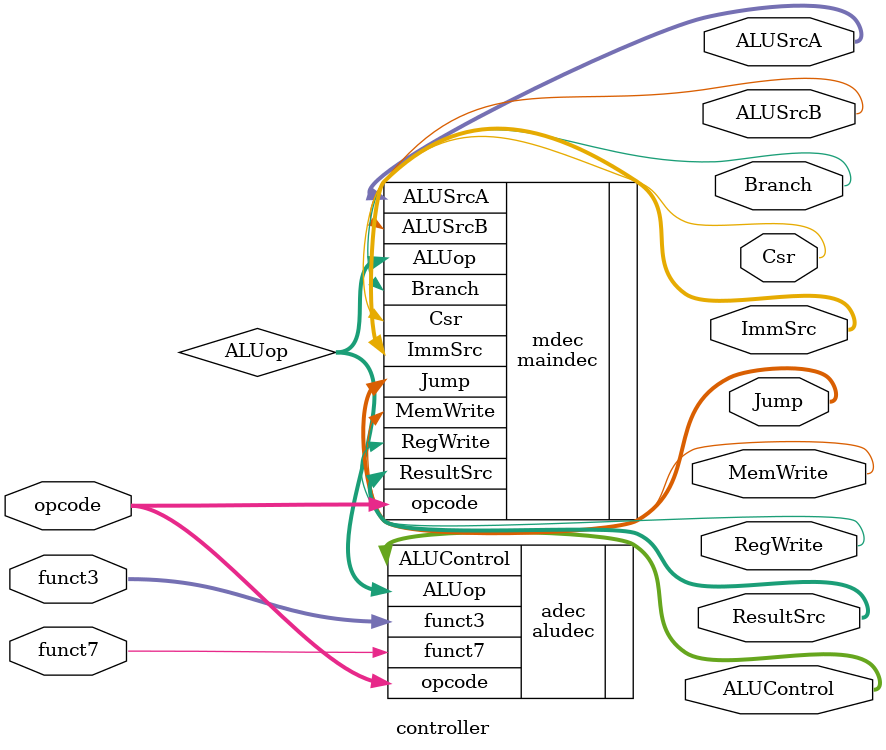
<source format=sv>
module controller(
    opcode,
    funct3,
    funct7,
    Branch,
	ResultSrc,
    MemWrite,
    ALUSrcA,
	ALUSrcB,
    ImmSrc,
    RegWrite,
    ALUControl,
	Csr,
    Jump
);
    // input
    input [6:0] opcode;
    input [2:0] funct3;
    input funct7;
    // output
    output Branch, MemWrite, ALUSrcB, RegWrite;
    output Csr;
    output [1:0] ResultSrc, ALUSrcA,Jump;
	output [2:0] ImmSrc;
    output [4:0] ALUControl;

    wire [1:0] ALUop;

    maindec mdec(
		.Branch(Branch),
		.opcode(opcode),
        .ResultSrc(ResultSrc),
        .MemWrite(MemWrite),
        .ALUSrcA(ALUSrcA),
		.ALUSrcB(ALUSrcB),
        .ImmSrc(ImmSrc),
        .RegWrite(RegWrite),
        .Jump(Jump),
		.Csr(Csr),
        .ALUop(ALUop)
    );
    
    aludec adec(
        .opcode(opcode),
        .funct3(funct3),
        .funct7(funct7),
        .ALUop(ALUop),
        .ALUControl(ALUControl)
    );

endmodule

</source>
